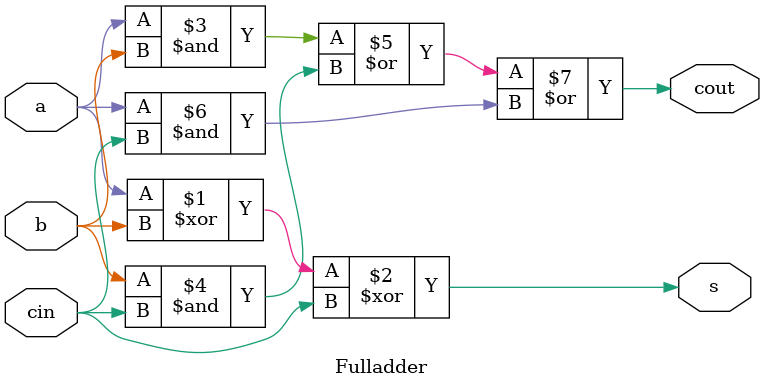
<source format=v>
`timescale 1ns / 1ps
module Fulladder(
    input a,
    input b,
    input cin,
    output s,
    output cout
    );
	 
	 assign s = a^b^cin;
	 assign cout = (a&b) | (b&cin) | (a&cin);


endmodule
</source>
